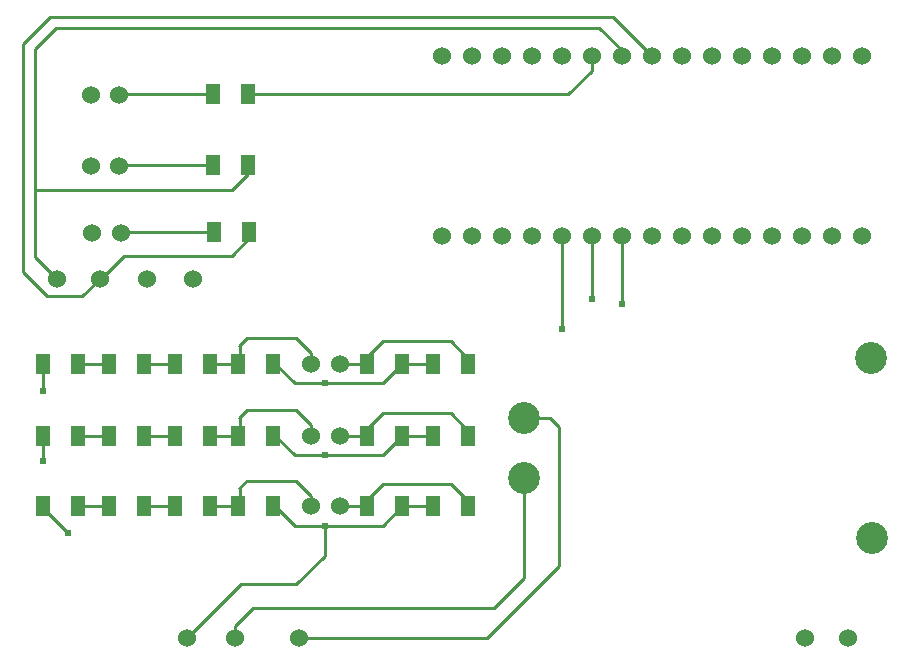
<source format=gtl>
G04 Layer: TopLayer*
G04 EasyEDA v6.5.50, 2025-05-27 18:24:41*
G04 52539cb3a7ae454bb971d49213b625aa,b37a74ae5ac9402f918d5afa9d52dbed,10*
G04 Gerber Generator version 0.2*
G04 Scale: 100 percent, Rotated: No, Reflected: No *
G04 Dimensions in millimeters *
G04 leading zeros omitted , absolute positions ,4 integer and 5 decimal *
%FSLAX45Y45*%
%MOMM*%

%AMMACRO1*21,1,$1,$2,0,0,$3*%
%ADD10C,0.2540*%
%ADD11MACRO1,1.701X1.2075X90.0000*%
%ADD12C,1.5240*%
%ADD13C,2.7000*%
%ADD14C,0.6200*%
%ADD15C,0.0160*%

%LPD*%
D10*
X2565400Y215900D02*
G01*
X4152900Y215900D01*
X4762500Y825500D01*
X4470400Y825500D02*
G01*
X4470400Y1574800D01*
X2019300Y215900D02*
G01*
X2019300Y317500D01*
X2171700Y469900D01*
X4216400Y469900D01*
X4470400Y723900D01*
X4470400Y825500D01*
X4762500Y825500D02*
G01*
X4762500Y2006600D01*
X4686300Y2082800D01*
X4470400Y2082800D01*
X880615Y3259838D02*
G01*
X723900Y3111500D01*
X431800Y3111500D01*
X228600Y3314700D01*
X228600Y5245100D01*
X457200Y5473700D01*
X5219700Y5473700D01*
X5549900Y5143500D01*
X5041900Y5143500D02*
G01*
X5041900Y5016500D01*
X4838700Y4826000D01*
X2129073Y4826000D01*
X5295900Y5143500D02*
G01*
X5295900Y5194300D01*
X5105400Y5384800D01*
X508000Y5384800D01*
X330200Y5207000D01*
X330200Y3441966D01*
X512328Y3259838D01*
X1833326Y4224578D02*
G01*
X1049573Y4224578D01*
X1041400Y4216400D01*
X1846026Y3653078D02*
G01*
X1062273Y3653078D01*
X1054100Y3644900D01*
X1833326Y4826000D02*
G01*
X1049573Y4826000D01*
X1041400Y4817821D01*
X880628Y3259838D02*
G01*
X884943Y3259838D01*
X1079500Y3454400D01*
X1993900Y3454400D01*
X2141773Y3602278D01*
X2141773Y3653078D01*
X2129073Y4224578D02*
G01*
X2129073Y4148378D01*
X1993900Y4013200D01*
X330200Y4013200D01*
X2667000Y2540000D02*
G01*
X2667000Y2628900D01*
X2540000Y2755900D01*
X2120900Y2755900D01*
X2057400Y2692400D01*
X2061964Y2687822D01*
X2061964Y2540000D01*
X2730500Y2374900D02*
G01*
X2527300Y2374900D01*
X2362200Y2540000D01*
X2357673Y2540000D01*
X693973Y2540000D02*
G01*
X957026Y2540000D01*
X1252773Y2540000D02*
G01*
X1515826Y2540000D01*
X1811573Y2540000D02*
G01*
X2049226Y2540000D01*
X2730500Y2374900D02*
G01*
X3272073Y2374900D01*
X3437173Y2540000D01*
X2895600Y2527300D02*
G01*
X2908300Y2540000D01*
X3141426Y2540000D01*
X3437173Y2540000D02*
G01*
X3700226Y2540000D01*
X3141426Y2540000D02*
G01*
X3141426Y2595326D01*
X3276600Y2730500D01*
X3848100Y2730500D01*
X3995973Y2582626D01*
X3995973Y2540000D01*
X2667000Y1930400D02*
G01*
X2667000Y2019300D01*
X2540000Y2146300D01*
X2120900Y2146300D01*
X2057400Y2082800D01*
X2061964Y2078222D01*
X2061964Y1930400D01*
X2730500Y1765300D02*
G01*
X2527300Y1765300D01*
X2362200Y1930400D01*
X2357673Y1930400D01*
X693973Y1930400D02*
G01*
X957026Y1930400D01*
X1252773Y1930400D02*
G01*
X1515826Y1930400D01*
X1811573Y1930400D02*
G01*
X2049226Y1930400D01*
X2730500Y1765300D02*
G01*
X3272073Y1765300D01*
X3437173Y1930400D01*
X2895600Y1917700D02*
G01*
X2908300Y1930400D01*
X3141426Y1930400D01*
X3437173Y1930400D02*
G01*
X3700226Y1930400D01*
X3141426Y1930400D02*
G01*
X3141426Y1985726D01*
X3276600Y2120900D01*
X3848100Y2120900D01*
X3995973Y1973026D01*
X3995973Y1930400D01*
X2667000Y1333500D02*
G01*
X2667000Y1422400D01*
X2540000Y1549400D01*
X2120900Y1549400D01*
X2057400Y1485900D01*
X2061964Y1481322D01*
X2061964Y1333500D01*
X2730500Y1168400D02*
G01*
X2527300Y1168400D01*
X2362200Y1333500D01*
X2357673Y1333500D01*
X693973Y1333500D02*
G01*
X957026Y1333500D01*
X1252773Y1333500D02*
G01*
X1515826Y1333500D01*
X1811573Y1333500D02*
G01*
X2049226Y1333500D01*
X2730500Y1168400D02*
G01*
X3272073Y1168400D01*
X3437173Y1333500D01*
X2895600Y1320800D02*
G01*
X2908300Y1333500D01*
X3141426Y1333500D01*
X3437173Y1333500D02*
G01*
X3700226Y1333500D01*
X3141426Y1333500D02*
G01*
X3141426Y1388826D01*
X3276600Y1524000D01*
X3848100Y1524000D01*
X3995973Y1376126D01*
X3995973Y1333500D01*
X2781300Y1168400D02*
G01*
X2781300Y914400D01*
X2540000Y673100D01*
X2070100Y673100D01*
X1612900Y215900D01*
X609600Y1104900D02*
G01*
X398277Y1316222D01*
X398277Y1333500D01*
X5295900Y3619500D02*
G01*
X5295900Y3048000D01*
X393700Y1727200D02*
G01*
X398277Y1731769D01*
X398277Y1930400D01*
X381000Y2311400D02*
G01*
X398226Y2328621D01*
X398226Y2540000D01*
X4787900Y3619500D02*
G01*
X4787900Y2832100D01*
X5041900Y3619500D02*
G01*
X5041900Y3086100D01*
D11*
G01*
X1252776Y1333500D03*
G01*
X957023Y1333500D03*
G01*
X1811576Y1333500D03*
G01*
X1515823Y1333500D03*
G01*
X2344976Y1333500D03*
G01*
X2049223Y1333500D03*
G01*
X3437176Y1333500D03*
G01*
X3141423Y1333500D03*
G01*
X3995976Y1333500D03*
G01*
X3700223Y1333500D03*
G01*
X693976Y1333500D03*
G01*
X398223Y1333500D03*
G01*
X1252776Y1930400D03*
G01*
X957023Y1930400D03*
G01*
X1811576Y1930400D03*
G01*
X1515823Y1930400D03*
G01*
X2344976Y1930400D03*
G01*
X2049223Y1930400D03*
G01*
X3437176Y1930400D03*
G01*
X3141423Y1930400D03*
G01*
X3995976Y1930400D03*
G01*
X3700223Y1930400D03*
G01*
X693976Y1930400D03*
G01*
X398223Y1930400D03*
G01*
X693976Y2540000D03*
G01*
X398223Y2540000D03*
G01*
X3995976Y2540000D03*
G01*
X3700223Y2540000D03*
G01*
X3437176Y2540000D03*
G01*
X3141423Y2540000D03*
G01*
X2344976Y2540000D03*
G01*
X2049223Y2540000D03*
G01*
X1811576Y2540000D03*
G01*
X1515823Y2540000D03*
G01*
X1252776Y2540000D03*
G01*
X957023Y2540000D03*
G01*
X2129076Y4826000D03*
G01*
X1833323Y4826000D03*
G01*
X2141776Y3653078D03*
G01*
X1846023Y3653078D03*
G01*
X2129076Y4224578D03*
G01*
X1833323Y4224578D03*
D12*
G01*
X3771900Y3619500D03*
G01*
X4025900Y3619500D03*
G01*
X4279900Y3619500D03*
G01*
X4533900Y3619500D03*
G01*
X4787900Y3619500D03*
G01*
X5041900Y3619500D03*
G01*
X5295900Y3619500D03*
G01*
X5549900Y3619500D03*
G01*
X5803900Y3619500D03*
G01*
X6057900Y3619500D03*
G01*
X6311900Y3619500D03*
G01*
X6565900Y3619500D03*
G01*
X6819900Y3619500D03*
G01*
X7073900Y3619500D03*
G01*
X7327900Y3619500D03*
G01*
X7327900Y5143500D03*
G01*
X7073900Y5143500D03*
G01*
X6819900Y5143500D03*
G01*
X6565900Y5143500D03*
G01*
X6311900Y5143500D03*
G01*
X6057900Y5143500D03*
G01*
X5803900Y5143500D03*
G01*
X5549900Y5143500D03*
G01*
X5295900Y5143500D03*
G01*
X5041900Y5143500D03*
G01*
X4787900Y5143500D03*
G01*
X4533900Y5143500D03*
G01*
X4279900Y5143500D03*
G01*
X4025900Y5143500D03*
G01*
X3771900Y5143500D03*
G01*
X1054100Y3644900D03*
G01*
X812800Y3644900D03*
G01*
X1041400Y4216400D03*
G01*
X800100Y4216400D03*
G01*
X800100Y4817821D03*
G01*
X1041400Y4817821D03*
G01*
X2667000Y1333500D03*
G01*
X2908300Y1333500D03*
G01*
X2667000Y1930400D03*
G01*
X2908300Y1930400D03*
G01*
X2908300Y2540000D03*
G01*
X2667000Y2540000D03*
D13*
G01*
X4470400Y1574800D03*
G01*
X4470400Y2082800D03*
G01*
X7416800Y1066800D03*
G01*
X7404100Y2590800D03*
D12*
G01*
X2565400Y215900D03*
G01*
X2019300Y215900D03*
G01*
X1612900Y215900D03*
G01*
X6845300Y215900D03*
G01*
X7213600Y215900D03*
G01*
X1668018Y3259836D03*
G01*
X1274318Y3259836D03*
G01*
X880618Y3259836D03*
G01*
X512318Y3259836D03*
D14*
G01*
X5041900Y3086100D03*
G01*
X4787900Y2832100D03*
G01*
X393700Y2311400D03*
G01*
X393700Y1714500D03*
G01*
X5295900Y3048000D03*
G01*
X609600Y1104900D03*
G01*
X2781300Y1168400D03*
G01*
X2781300Y1765300D03*
G01*
X2781300Y2374900D03*
M02*

</source>
